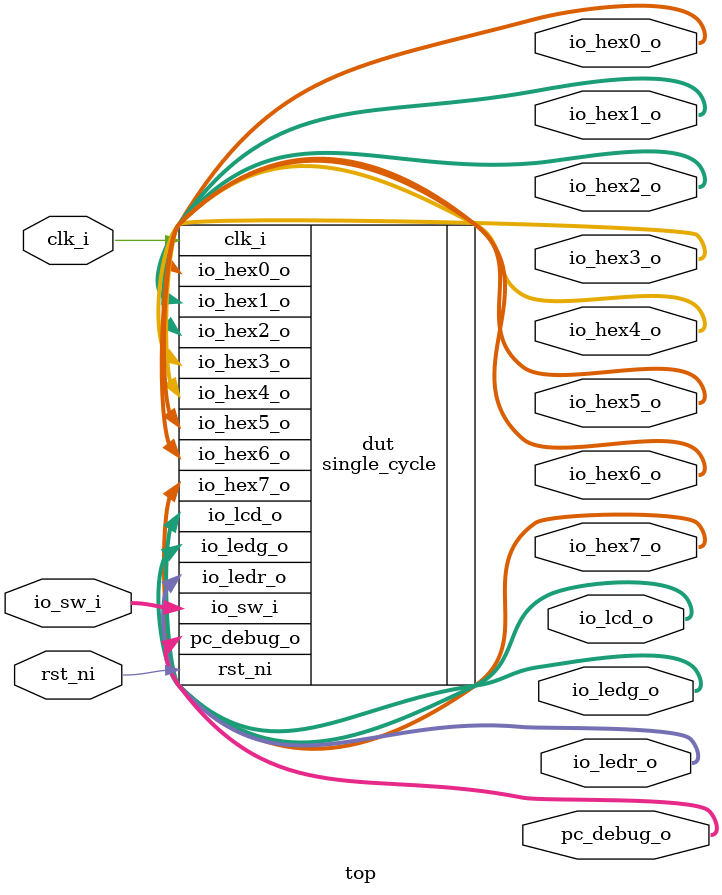
<source format=sv>
/*module top(
	//input
   input logic [W-1:0] data_d,
   input logic [nu_reg-1:0] addr_a,
   input logic [nu_reg-1:0] addr_b,
   input logic [nu_reg-1:0] addr_d,
   input logic clk_i,
   input logic rst_ni,
   input logic wr_en_d,	
	//output
   output logic [W-1:0] data_a,
   output logic [W-1:0] data_b
);
parameter W = 32;
parameter nu_reg = 5;

	reg_32 dut(
		.clk_i	   (clk_i),
		.rst_ni    (rst_ni),
		.addr_a    (addr_a),
		.addr_b    (addr_b),
		.addr_d    (addr_d),
		.wr_en_d   (wr_en_d),
		.data_d    (data_d),
		.data_a    (data_a),
		.data_b    (data_b)
	);

endmodule

module top(
        //input
   input logic [W-1:0] a,
   input logic [W-1:0] b,
        //output
   output logic eq,
   output logic gt,
   output logic lt
);
parameter W = 32;

        compare_32bit dut(
                .a     (a),
                .b     (b),
                .eq    (eq),
                .gt    (gt),
                .lt    (lt)
        );

endmodule
*/
/*
module top(
        //input
   input logic rst_ni,
   input logic clk_i,
   input logic [W-1:0] addr,
   input logic st_en,
   input logic [W-1:0] st_data,
//   input logic [3:0] addr_sel,
   input logic [1:0] sel_mod,
   input logic       unsigned_en_mem,
   input logic [31:0] io_sw_i,

        //output
   output logic [W-1:0]  ld_data,
   output logic [W-1:0]  io_lcd_o,
   output logic [W-1:0]  io_ledg_o,
   output logic [W-1:0]  io_ledr_o,
   output logic [W-1:0]  io_hex0_o,
   output logic [W-1:0]  io_hex1_o,
   output logic [W-1:0]  io_hex2_o,
   output logic [W-1:0]  io_hex3_o,
   output logic [W-1:0]  io_hex4_o,
   output logic [W-1:0]  io_hex5_o,
   output logic [W-1:0]  io_hex6_o,
   output logic [W-1:0]  io_hex7_o
);

parameter W = 32;

        dmem  dut(
                .clk_i      (clk_i),
                .rst_ni     (rst_ni),
                .st_en      (st_en),
                .addr       (addr),
		.unsigned_en_mem (unsigned_en_mem),
		.st_data    (st_data),
//		.addr_sel   (addr_sel),
		.sel_mod    (sel_mod),
		.io_sw_i    (io_sw_i),
		.io_lcd_o   (io_lcd_o),
		.io_ledg_o  (io_ledg_o),
		.io_ledr_o  (io_ledr_o),
		.ld_data    (ld_data),
		.io_hex0_o  (io_hex0_o),
		.io_hex1_o  (io_hex1_o),
		.io_hex2_o  (io_hex2_o),
		.io_hex3_o  (io_hex3_o),
		.io_hex4_o  (io_hex4_o),
		.io_hex5_o  (io_hex5_o),
		.io_hex6_o  (io_hex6_o),
		.io_hex7_o  (io_hex7_o)
        );
endmodule
*/

module top(
//input
   input logic rst_ni,
   input logic clk_i,
   input logic [31:0] io_sw_i,

//output
   output logic [W-1:0]  io_lcd_o,
   output logic [W-1:0]  io_ledg_o,
   output logic [W-1:0]  io_ledr_o,
   output logic [W-1:0]  io_hex0_o,
   output logic [W-1:0]  io_hex1_o,
   output logic [W-1:0]  io_hex2_o,
   output logic [W-1:0]  io_hex3_o,
   output logic [W-1:0]  io_hex4_o,
   output logic [W-1:0]  io_hex5_o,
   output logic [W-1:0]  io_hex6_o,
   output logic [W-1:0]  io_hex7_o,
   output logic [W-1:0]  pc_debug_o
);

parameter W = 32;
        single_cycle  dut(
                .clk_i      (clk_i),
                .rst_ni     (rst_ni),
		.io_sw_i    (io_sw_i),

		.io_lcd_o   (io_lcd_o),
		.io_ledg_o  (io_ledg_o),
		.io_ledr_o  (io_ledr_o),
		.io_hex0_o  (io_hex0_o),
		.io_hex1_o  (io_hex1_o),
		.io_hex2_o  (io_hex2_o),
		.io_hex3_o  (io_hex3_o),
		.io_hex4_o  (io_hex4_o),
		.io_hex5_o  (io_hex5_o),
		.io_hex6_o  (io_hex6_o),
		.io_hex7_o  (io_hex7_o),
		.pc_debug_o (pc_debug_o)
        );
endmodule


</source>
